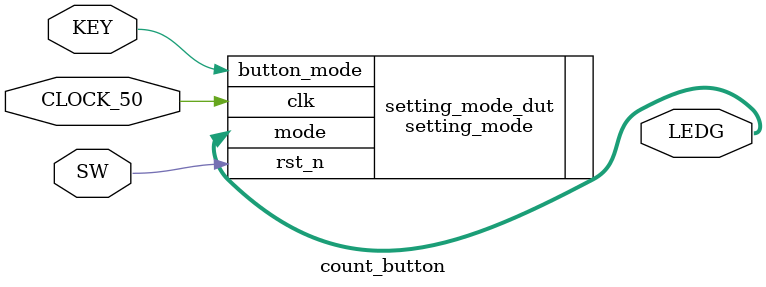
<source format=sv>
module count_button (
    input logic CLOCK_50,
    input logic [0:0] SW,
    input logic [0:0] KEY,
    output logic [1:0] LEDG
);
setting_mode setting_mode_dut (
    .clk(CLOCK_50),
    .rst_n(SW[0]),
    .button_mode(KEY[0]),
    .mode(LEDG[1:0])
); 
endmodule
</source>
